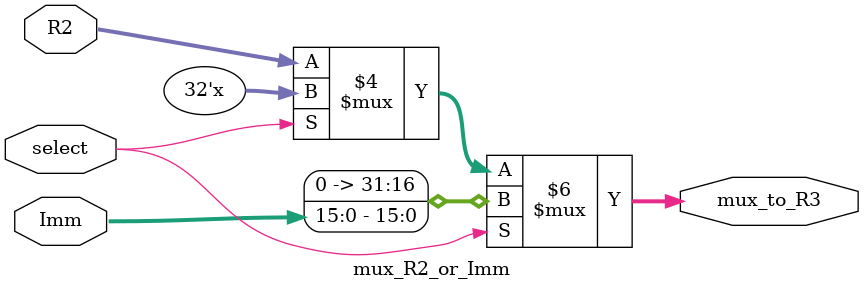
<source format=v>
`timescale 1ns / 1ns
module mux_R2_or_Imm(
	input [31:0] R2,
	input [15:0] Imm,
	input select,
	output reg [31:0] mux_to_R3
);

always @(R2 or Imm or select)
	begin
		if (select == 0)
			mux_to_R3 <= R2;
		if (select == 1)
			mux_to_R3 <= {16'd0, Imm};
	end

endmodule

</source>
